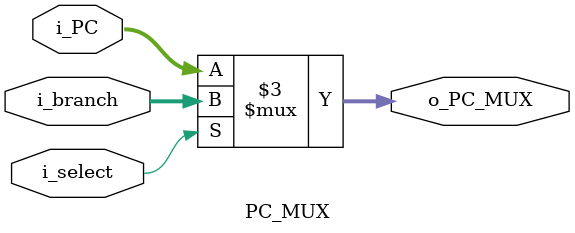
<source format=v>
`timescale 1ns / 1ps


module PC_MUX #(
	parameter len = 32
	) (
	//input [len-1:0] jump,
	input [len-1:0] i_branch,
	//input [len-1:0] register,
	input [len-1:0] i_PC,
	input i_select,
	output reg [len-1:0] o_PC_MUX
    );

    always @(*) 
    begin
    	if(i_select)
    		//3'b 100: out_mux_PC <= jump;
    		//3'b 010: out_mux_PC <= register;
    	   o_PC_MUX <= i_branch;
    	else
    	   o_PC_MUX <= i_PC;
   	end
	    
endmodule

</source>
